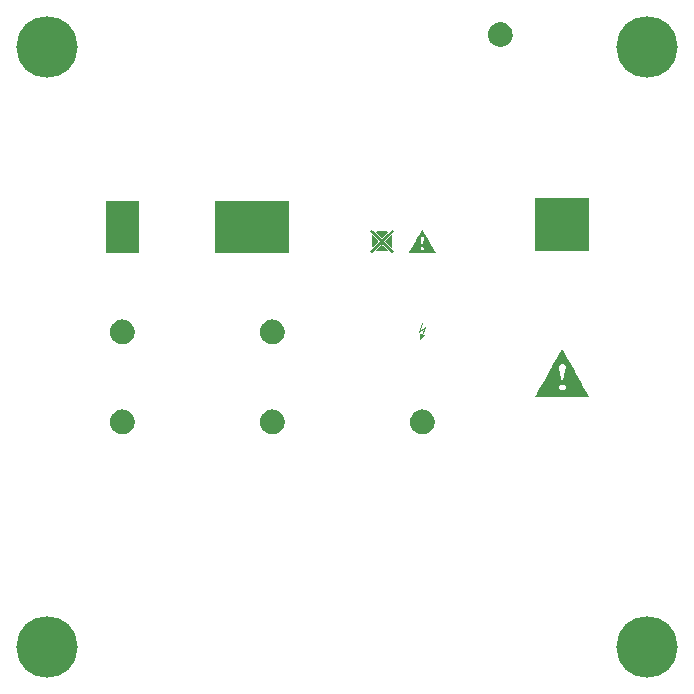
<source format=gbs>
G04 Layer: BottomSolderMaskLayer*
G04 EasyEDA v6.5.34, 2023-08-21 18:11:39*
G04 7c8418cbede34b2c85e998ecb34685fd,5a6b42c53f6a479593ecc07194224c93,10*
G04 Gerber Generator version 0.2*
G04 Scale: 100 percent, Rotated: No, Reflected: No *
G04 Dimensions in millimeters *
G04 leading zeros omitted , absolute positions ,4 integer and 5 decimal *
%FSLAX45Y45*%
%MOMM*%

%ADD10C,0.1000*%
%ADD11C,5.2032*%

%LPD*%
G36*
X4738370Y2896616D02*
G01*
X4735728Y2896108D01*
X4733442Y2893618D01*
X4726736Y2880766D01*
X4706924Y2846070D01*
X4700117Y2833725D01*
X4695748Y2825292D01*
X4690719Y2816301D01*
X4681524Y2800705D01*
X4658055Y2758998D01*
X4653054Y2749753D01*
X4714951Y2749753D01*
X4715357Y2756255D01*
X4717084Y2760472D01*
X4720590Y2764739D01*
X4725974Y2769108D01*
X4732832Y2772410D01*
X4739894Y2774289D01*
X4745888Y2774188D01*
X4753762Y2772410D01*
X4759604Y2769260D01*
X4764938Y2763266D01*
X4768850Y2755747D01*
X4770374Y2748178D01*
X4769764Y2739644D01*
X4768037Y2728163D01*
X4765344Y2714498D01*
X4758537Y2685491D01*
X4754575Y2664764D01*
X4750866Y2651506D01*
X4749292Y2643022D01*
X4748834Y2636621D01*
X4748225Y2633624D01*
X4747310Y2630932D01*
X4746244Y2628900D01*
X4744567Y2626868D01*
X4743145Y2626410D01*
X4741468Y2627630D01*
X4738878Y2630678D01*
X4736947Y2633878D01*
X4735271Y2638044D01*
X4734001Y2642920D01*
X4732528Y2653741D01*
X4730750Y2664612D01*
X4725873Y2686659D01*
X4723130Y2700477D01*
X4721606Y2706674D01*
X4720132Y2711653D01*
X4718913Y2714752D01*
X4717897Y2718054D01*
X4716881Y2723692D01*
X4716018Y2730804D01*
X4715408Y2738628D01*
X4714951Y2749753D01*
X4653054Y2749753D01*
X4645456Y2736850D01*
X4637684Y2722727D01*
X4628337Y2706624D01*
X4610912Y2674924D01*
X4600448Y2656789D01*
X4592828Y2642920D01*
X4583633Y2627274D01*
X4575860Y2613355D01*
X4565243Y2595524D01*
X4558334Y2581402D01*
X4556170Y2577490D01*
X4714951Y2577490D01*
X4715764Y2584958D01*
X4718354Y2591003D01*
X4722977Y2595930D01*
X4729937Y2600299D01*
X4736896Y2603195D01*
X4742992Y2604160D01*
X4749038Y2603144D01*
X4755946Y2600147D01*
X4760315Y2597353D01*
X4763871Y2594051D01*
X4766665Y2590292D01*
X4768697Y2586228D01*
X4769916Y2581910D01*
X4770374Y2577490D01*
X4770018Y2573020D01*
X4768900Y2568702D01*
X4766970Y2564485D01*
X4764278Y2560624D01*
X4760772Y2557068D01*
X4756454Y2554071D01*
X4749190Y2550820D01*
X4742230Y2549855D01*
X4735169Y2551176D01*
X4727803Y2554833D01*
X4721402Y2559456D01*
X4717491Y2564180D01*
X4715510Y2569870D01*
X4714951Y2577490D01*
X4556170Y2577490D01*
X4547158Y2562199D01*
X4516526Y2507742D01*
X4515002Y2503982D01*
X4514596Y2501290D01*
X4515205Y2499461D01*
X4519523Y2498953D01*
X4531004Y2498445D01*
X4571949Y2497632D01*
X4630877Y2497074D01*
X4700574Y2496769D01*
X4835702Y2496769D01*
X4896815Y2497175D01*
X4941163Y2497836D01*
X4954828Y2498293D01*
X4962093Y2498902D01*
X4963515Y2499766D01*
X4964379Y2500833D01*
X4964531Y2502458D01*
X4963718Y2505100D01*
X4961839Y2509113D01*
X4929124Y2567990D01*
X4920234Y2583434D01*
X4910277Y2601417D01*
X4896053Y2626410D01*
X4886706Y2643784D01*
X4870653Y2672029D01*
X4859172Y2691739D01*
X4837734Y2731008D01*
X4798771Y2799486D01*
X4785156Y2824530D01*
X4780127Y2832963D01*
X4778146Y2835351D01*
X4776470Y2838754D01*
X4774895Y2843174D01*
X4772507Y2847695D01*
X4770018Y2850946D01*
X4767275Y2855468D01*
X4764786Y2860497D01*
X4760772Y2867761D01*
X4756251Y2875280D01*
X4748428Y2889707D01*
X4746345Y2892298D01*
X4744161Y2894380D01*
X4742078Y2895600D01*
G37*
G36*
X3129737Y3914749D02*
G01*
X3128568Y3914495D01*
X3127146Y3913835D01*
X3124200Y3911600D01*
X3120542Y3907891D01*
X3118002Y3904996D01*
X3116376Y3902608D01*
X3115462Y3900576D01*
X3115513Y3899509D01*
X3116427Y3897884D01*
X3118408Y3895293D01*
X3126943Y3886047D01*
X3189579Y3822700D01*
X3197148Y3814673D01*
X3197402Y3813556D01*
X3196844Y3812387D01*
X3195320Y3810863D01*
X3190595Y3807053D01*
X3182874Y3799687D01*
X3165043Y3782009D01*
X3137916Y3754221D01*
X3118256Y3733342D01*
X3115106Y3729431D01*
X3116630Y3726129D01*
X3120644Y3721354D01*
X3125368Y3716934D01*
X3128975Y3714750D01*
X3130651Y3715156D01*
X3134004Y3717594D01*
X3140354Y3723284D01*
X3207054Y3788054D01*
X3212541Y3793083D01*
X3215030Y3795115D01*
X3216046Y3794760D01*
X3218078Y3793286D01*
X3225698Y3786428D01*
X3257905Y3754831D01*
X3284220Y3728618D01*
X3289808Y3723284D01*
X3294176Y3719423D01*
X3297529Y3716883D01*
X3300120Y3715512D01*
X3302203Y3715207D01*
X3303930Y3715715D01*
X3305606Y3716985D01*
X3311855Y3723640D01*
X3313480Y3725824D01*
X3314446Y3727704D01*
X3314750Y3729278D01*
X3314344Y3730498D01*
X3313023Y3732479D01*
X3306673Y3739642D01*
X3294329Y3752494D01*
X3255772Y3791254D01*
X3243376Y3804056D01*
X3236468Y3811676D01*
X3234944Y3813759D01*
X3234588Y3814724D01*
X3236823Y3817416D01*
X3250488Y3831844D01*
X3303066Y3885488D01*
X3310483Y3893616D01*
X3314090Y3898290D01*
X3314852Y3899712D01*
X3315106Y3900728D01*
X3314954Y3901541D01*
X3312363Y3905351D01*
X3307994Y3909720D01*
X3303473Y3913225D01*
X3300374Y3914546D01*
X3296412Y3911396D01*
X3287623Y3903319D01*
X3261715Y3878478D01*
X3235401Y3852418D01*
X3226003Y3842765D01*
X3218281Y3834028D01*
X3216960Y3833012D01*
X3215995Y3832606D01*
X3212084Y3835857D01*
X3202686Y3844645D01*
X3154781Y3891940D01*
X3141573Y3904742D01*
X3133293Y3912260D01*
X3130905Y3914140D01*
G37*
G36*
X3205124Y3897020D02*
G01*
X3172155Y3896664D01*
X3163468Y3896258D01*
X3162147Y3895953D01*
X3162909Y3894582D01*
X3169564Y3887063D01*
X3180791Y3875582D01*
X3193745Y3862832D01*
X3205581Y3851656D01*
X3213557Y3844696D01*
X3215233Y3843680D01*
X3216910Y3844696D01*
X3224834Y3851554D01*
X3236569Y3862730D01*
X3249320Y3875379D01*
X3260344Y3886809D01*
X3266897Y3894328D01*
X3267659Y3895750D01*
X3262884Y3896258D01*
X3250895Y3896664D01*
G37*
G36*
X3299714Y3871112D02*
G01*
X3297123Y3869080D01*
X3281934Y3854602D01*
X3260496Y3833164D01*
X3251758Y3824020D01*
X3245866Y3817518D01*
X3243681Y3814673D01*
X3244240Y3813708D01*
X3248456Y3808831D01*
X3265982Y3790543D01*
X3284677Y3771950D01*
X3293516Y3763518D01*
X3298698Y3759098D01*
X3300069Y3758234D01*
X3300780Y3758234D01*
X3301237Y3763111D01*
X3301695Y3775201D01*
X3302203Y3811574D01*
X3302304Y3840327D01*
X3302152Y3855821D01*
X3301593Y3867708D01*
X3300679Y3869944D01*
G37*
G36*
X3134715Y3868115D02*
G01*
X3134055Y3867912D01*
X3133394Y3867404D01*
X3132937Y3862527D01*
X3132582Y3833672D01*
X3132886Y3786581D01*
X3133191Y3771950D01*
X3133852Y3762044D01*
X3136239Y3763619D01*
X3141878Y3768598D01*
X3160522Y3786682D01*
X3172815Y3799027D01*
X3180588Y3807307D01*
X3184753Y3812286D01*
X3185668Y3813810D01*
X3185922Y3814826D01*
X3185668Y3815842D01*
X3184753Y3817365D01*
X3180588Y3822344D01*
X3172815Y3830574D01*
X3142538Y3860698D01*
G37*
G36*
X3215386Y3785971D02*
G01*
X3214420Y3785514D01*
X3210052Y3782009D01*
X3202533Y3775049D01*
X3191916Y3764737D01*
X3174441Y3747109D01*
X3165856Y3738118D01*
X3158998Y3730294D01*
X3158642Y3729482D01*
X3162046Y3729024D01*
X3183432Y3728415D01*
X3231997Y3728212D01*
X3259937Y3728618D01*
X3268675Y3728974D01*
X3272078Y3729431D01*
X3271215Y3730955D01*
X3264052Y3739032D01*
X3252063Y3751478D01*
X3238246Y3765245D01*
X3225596Y3777386D01*
X3217113Y3784904D01*
G37*
G36*
X3557879Y3912108D02*
G01*
X3556000Y3911600D01*
X3554933Y3910990D01*
X3552748Y3908653D01*
X3543096Y3891534D01*
X3540404Y3887622D01*
X3539236Y3885387D01*
X3538423Y3883151D01*
X3537559Y3881475D01*
X3536543Y3880256D01*
X3533952Y3876040D01*
X3528060Y3865372D01*
X3512136Y3837889D01*
X3541522Y3837889D01*
X3542284Y3841648D01*
X3544315Y3845407D01*
X3547008Y3848455D01*
X3550005Y3850030D01*
X3554018Y3850894D01*
X3557117Y3850944D01*
X3560724Y3850030D01*
X3564229Y3848354D01*
X3566972Y3846169D01*
X3568750Y3844036D01*
X3569614Y3841902D01*
X3569817Y3838651D01*
X3569309Y3829202D01*
X3568344Y3822801D01*
X3567176Y3819651D01*
X3565651Y3814013D01*
X3561791Y3796080D01*
X3560114Y3785260D01*
X3559454Y3782822D01*
X3558641Y3780739D01*
X3557625Y3779164D01*
X3556304Y3777640D01*
X3555441Y3777030D01*
X3554729Y3777234D01*
X3553307Y3779265D01*
X3552545Y3782110D01*
X3552291Y3785311D01*
X3551478Y3789578D01*
X3549040Y3798671D01*
X3546754Y3810050D01*
X3544112Y3821023D01*
X3541826Y3833622D01*
X3541522Y3837889D01*
X3512136Y3837889D01*
X3507079Y3829304D01*
X3500018Y3816502D01*
X3463249Y3752545D01*
X3541522Y3752545D01*
X3543401Y3758946D01*
X3548887Y3763873D01*
X3552444Y3765346D01*
X3555542Y3765854D01*
X3558641Y3765397D01*
X3562197Y3763924D01*
X3565753Y3761790D01*
X3568090Y3759301D01*
X3569411Y3756253D01*
X3569868Y3752545D01*
X3569563Y3748735D01*
X3568547Y3745890D01*
X3566515Y3743502D01*
X3563264Y3741216D01*
X3559505Y3739387D01*
X3555898Y3738727D01*
X3552342Y3739184D01*
X3548634Y3740810D01*
X3543249Y3746042D01*
X3541522Y3752545D01*
X3463249Y3752545D01*
X3459175Y3745737D01*
X3445256Y3721303D01*
X3442715Y3716324D01*
X3442360Y3714191D01*
X3443528Y3713226D01*
X3452164Y3712768D01*
X3503879Y3712210D01*
X3558438Y3712108D01*
X3628796Y3712464D01*
X3654755Y3712819D01*
X3669741Y3713276D01*
X3671925Y3713530D01*
X3672281Y3714445D01*
X3672027Y3715765D01*
X3671265Y3717645D01*
X3649878Y3754475D01*
X3646373Y3761536D01*
X3632301Y3785260D01*
X3614115Y3817112D01*
X3579672Y3876446D01*
X3573932Y3886809D01*
X3563061Y3905605D01*
X3560419Y3910584D01*
X3559251Y3911854D01*
G37*
G36*
X4216400Y5669534D02*
G01*
X4207154Y5669127D01*
X4198010Y5667908D01*
X4189018Y5665876D01*
X4184599Y5664606D01*
X4175963Y5661406D01*
X4167632Y5657443D01*
X4159656Y5652770D01*
X4152137Y5647385D01*
X4145127Y5641390D01*
X4138676Y5634837D01*
X4132834Y5627674D01*
X4127652Y5620054D01*
X4123131Y5611977D01*
X4119372Y5603544D01*
X4116374Y5594858D01*
X4114139Y5585866D01*
X4112717Y5576773D01*
X4112107Y5567578D01*
X4112310Y5558332D01*
X4113326Y5549188D01*
X4115155Y5540146D01*
X4117797Y5531307D01*
X4119372Y5526938D01*
X4123131Y5518556D01*
X4127652Y5510479D01*
X4132834Y5502859D01*
X4138676Y5495696D01*
X4145127Y5489143D01*
X4152137Y5483098D01*
X4159656Y5477764D01*
X4167632Y5473090D01*
X4175963Y5469128D01*
X4184599Y5465927D01*
X4193489Y5463540D01*
X4202582Y5461914D01*
X4211777Y5461101D01*
X4221022Y5461101D01*
X4230166Y5461914D01*
X4239260Y5463540D01*
X4248150Y5465927D01*
X4256836Y5469128D01*
X4265168Y5473090D01*
X4273092Y5477764D01*
X4280611Y5483098D01*
X4287621Y5489143D01*
X4294073Y5495696D01*
X4299915Y5502859D01*
X4305096Y5510479D01*
X4309618Y5518556D01*
X4313377Y5526938D01*
X4316374Y5535676D01*
X4318609Y5544616D01*
X4320032Y5553760D01*
X4320641Y5562955D01*
X4320438Y5572201D01*
X4319422Y5581345D01*
X4317593Y5590387D01*
X4314952Y5599226D01*
X4311599Y5607812D01*
X4307433Y5616092D01*
X4302607Y5623915D01*
X4297070Y5631332D01*
X4290923Y5638190D01*
X4284218Y5644489D01*
X4276953Y5650179D01*
X4269181Y5655208D01*
X4261053Y5659526D01*
X4252518Y5663082D01*
X4248150Y5664606D01*
X4239260Y5666994D01*
X4230166Y5668619D01*
X4221022Y5669432D01*
G37*
G36*
X1016000Y2390292D02*
G01*
X1006754Y2389886D01*
X997610Y2388616D01*
X993089Y2387752D01*
X984199Y2385314D01*
X975563Y2382113D01*
X967232Y2378151D01*
X959256Y2373477D01*
X951737Y2368143D01*
X944727Y2362149D01*
X938276Y2355545D01*
X932434Y2348382D01*
X927252Y2340762D01*
X922731Y2332736D01*
X918971Y2324303D01*
X915974Y2315565D01*
X913739Y2306624D01*
X912317Y2297480D01*
X911707Y2288286D01*
X911910Y2279091D01*
X912926Y2269896D01*
X914755Y2260854D01*
X917397Y2252014D01*
X918971Y2247696D01*
X922731Y2239264D01*
X927252Y2231186D01*
X932434Y2223566D01*
X938276Y2216454D01*
X944727Y2209850D01*
X951737Y2203856D01*
X959256Y2198471D01*
X967232Y2193798D01*
X975563Y2189886D01*
X979830Y2188159D01*
X988618Y2185365D01*
X997610Y2183333D01*
X1006754Y2182114D01*
X1016000Y2181707D01*
X1025194Y2182114D01*
X1034338Y2183333D01*
X1043330Y2185365D01*
X1052118Y2188159D01*
X1060653Y2191766D01*
X1064768Y2193798D01*
X1072692Y2198471D01*
X1076553Y2201062D01*
X1083818Y2206752D01*
X1090523Y2213051D01*
X1096670Y2219960D01*
X1102207Y2227326D01*
X1107033Y2235200D01*
X1111199Y2243429D01*
X1114552Y2252014D01*
X1117193Y2260854D01*
X1119022Y2269896D01*
X1120038Y2279091D01*
X1120241Y2288286D01*
X1119632Y2297480D01*
X1118209Y2306624D01*
X1115974Y2315565D01*
X1112977Y2324303D01*
X1109218Y2332736D01*
X1104696Y2340762D01*
X1099515Y2348382D01*
X1093673Y2355545D01*
X1087221Y2362149D01*
X1080211Y2368143D01*
X1072692Y2373477D01*
X1064768Y2378151D01*
X1056436Y2382113D01*
X1047750Y2385314D01*
X1038860Y2387752D01*
X1029766Y2389327D01*
X1020622Y2390190D01*
G37*
G36*
X1016000Y3152292D02*
G01*
X1006754Y3151886D01*
X997610Y3150616D01*
X993089Y3149752D01*
X984199Y3147314D01*
X975563Y3144113D01*
X967232Y3140151D01*
X959256Y3135477D01*
X951737Y3130143D01*
X944727Y3124149D01*
X938276Y3117545D01*
X932434Y3110382D01*
X927252Y3102762D01*
X922782Y3094736D01*
X918971Y3086303D01*
X915974Y3077565D01*
X913790Y3068624D01*
X912368Y3059480D01*
X911758Y3050286D01*
X911961Y3041091D01*
X912977Y3031896D01*
X914755Y3022854D01*
X917397Y3014014D01*
X918971Y3009696D01*
X922782Y3001264D01*
X927252Y2993186D01*
X932434Y2985566D01*
X938276Y2978454D01*
X944727Y2971850D01*
X951737Y2965856D01*
X959256Y2960471D01*
X967232Y2955798D01*
X975563Y2951886D01*
X979830Y2950159D01*
X988618Y2947365D01*
X997610Y2945333D01*
X1006754Y2944114D01*
X1016000Y2943707D01*
X1025194Y2944114D01*
X1034338Y2945333D01*
X1043330Y2947365D01*
X1052118Y2950159D01*
X1060653Y2953766D01*
X1064768Y2955798D01*
X1072743Y2960471D01*
X1080211Y2965856D01*
X1083818Y2968752D01*
X1090523Y2975051D01*
X1096670Y2981960D01*
X1102207Y2989326D01*
X1107084Y2997200D01*
X1111199Y3005429D01*
X1114602Y3014014D01*
X1117193Y3022854D01*
X1119022Y3031896D01*
X1120038Y3041091D01*
X1120241Y3050286D01*
X1119632Y3059480D01*
X1118209Y3068624D01*
X1115974Y3077565D01*
X1114602Y3081985D01*
X1111199Y3090519D01*
X1107084Y3098800D01*
X1102207Y3106623D01*
X1096670Y3114040D01*
X1090523Y3120898D01*
X1083818Y3127197D01*
X1076553Y3132886D01*
X1068781Y3137916D01*
X1060653Y3142234D01*
X1052118Y3145790D01*
X1043330Y3148634D01*
X1038860Y3149752D01*
X1029766Y3151327D01*
X1020622Y3152190D01*
G37*
G36*
X2286000Y3152292D02*
G01*
X2276754Y3151886D01*
X2267610Y3150616D01*
X2263089Y3149752D01*
X2254199Y3147314D01*
X2245563Y3144113D01*
X2237232Y3140151D01*
X2229256Y3135477D01*
X2221738Y3130143D01*
X2214727Y3124149D01*
X2208276Y3117545D01*
X2202434Y3110382D01*
X2197252Y3102762D01*
X2192782Y3094736D01*
X2188972Y3086303D01*
X2185974Y3077565D01*
X2183790Y3068624D01*
X2182317Y3059480D01*
X2181707Y3050286D01*
X2181910Y3041091D01*
X2182317Y3036468D01*
X2183790Y3027375D01*
X2184755Y3022854D01*
X2187397Y3014014D01*
X2188972Y3009696D01*
X2192782Y3001264D01*
X2197252Y2993186D01*
X2202434Y2985566D01*
X2208276Y2978454D01*
X2214727Y2971850D01*
X2221738Y2965856D01*
X2229256Y2960471D01*
X2237232Y2955798D01*
X2245563Y2951886D01*
X2249830Y2950159D01*
X2258618Y2947365D01*
X2267610Y2945333D01*
X2276754Y2944114D01*
X2286000Y2943707D01*
X2295194Y2944114D01*
X2304338Y2945333D01*
X2313330Y2947365D01*
X2322118Y2950159D01*
X2330653Y2953766D01*
X2334768Y2955798D01*
X2342743Y2960471D01*
X2350211Y2965856D01*
X2353818Y2968752D01*
X2360523Y2975051D01*
X2366670Y2981960D01*
X2372207Y2989326D01*
X2377033Y2997200D01*
X2381199Y3005429D01*
X2384602Y3014014D01*
X2387193Y3022854D01*
X2389022Y3031896D01*
X2390038Y3041091D01*
X2390241Y3050286D01*
X2389632Y3059480D01*
X2388209Y3068624D01*
X2385974Y3077565D01*
X2384602Y3081985D01*
X2381199Y3090519D01*
X2377033Y3098800D01*
X2372207Y3106623D01*
X2366670Y3114040D01*
X2360523Y3120898D01*
X2353818Y3127197D01*
X2346553Y3132886D01*
X2338781Y3137916D01*
X2330653Y3142234D01*
X2322118Y3145790D01*
X2313330Y3148634D01*
X2308860Y3149752D01*
X2299766Y3151327D01*
X2290622Y3152190D01*
G37*
G36*
X2286000Y2390292D02*
G01*
X2276754Y2389886D01*
X2267610Y2388616D01*
X2263089Y2387752D01*
X2254199Y2385314D01*
X2245563Y2382113D01*
X2237181Y2378151D01*
X2229256Y2373477D01*
X2221738Y2368143D01*
X2214727Y2362149D01*
X2208276Y2355545D01*
X2202434Y2348382D01*
X2197252Y2340762D01*
X2192731Y2332736D01*
X2188972Y2324303D01*
X2185974Y2315565D01*
X2183739Y2306624D01*
X2182317Y2297480D01*
X2181707Y2288286D01*
X2181910Y2279091D01*
X2182926Y2269896D01*
X2184755Y2260854D01*
X2187397Y2252014D01*
X2188972Y2247696D01*
X2192731Y2239264D01*
X2197252Y2231186D01*
X2202434Y2223566D01*
X2208276Y2216454D01*
X2214727Y2209850D01*
X2221738Y2203856D01*
X2229256Y2198471D01*
X2237181Y2193798D01*
X2245563Y2189886D01*
X2249830Y2188159D01*
X2258618Y2185365D01*
X2267610Y2183333D01*
X2276754Y2182114D01*
X2286000Y2181707D01*
X2295194Y2182114D01*
X2304338Y2183333D01*
X2313330Y2185365D01*
X2322118Y2188159D01*
X2330653Y2191766D01*
X2334768Y2193798D01*
X2342692Y2198471D01*
X2346553Y2201062D01*
X2353818Y2206752D01*
X2360523Y2213051D01*
X2366670Y2219960D01*
X2372207Y2227326D01*
X2377033Y2235200D01*
X2381199Y2243429D01*
X2384552Y2252014D01*
X2387193Y2260854D01*
X2389022Y2269896D01*
X2390038Y2279091D01*
X2390241Y2288286D01*
X2389632Y2297480D01*
X2388209Y2306624D01*
X2385974Y2315565D01*
X2382977Y2324303D01*
X2379218Y2332736D01*
X2374696Y2340762D01*
X2369515Y2348382D01*
X2363673Y2355545D01*
X2357221Y2362149D01*
X2350211Y2368143D01*
X2342692Y2373477D01*
X2334768Y2378151D01*
X2326436Y2382113D01*
X2317750Y2385314D01*
X2308860Y2387752D01*
X2299766Y2389327D01*
X2295194Y2389886D01*
G37*
G36*
X3556000Y2390292D02*
G01*
X3546754Y2389886D01*
X3537610Y2388666D01*
X3528618Y2386634D01*
X3519830Y2383790D01*
X3511346Y2380234D01*
X3503168Y2375916D01*
X3495446Y2370886D01*
X3488182Y2365197D01*
X3481425Y2358898D01*
X3475278Y2352040D01*
X3469792Y2344623D01*
X3464915Y2336800D01*
X3460800Y2328570D01*
X3457397Y2319985D01*
X3455974Y2315565D01*
X3453790Y2306624D01*
X3452368Y2297480D01*
X3451758Y2288286D01*
X3451961Y2279091D01*
X3452977Y2269896D01*
X3454806Y2260854D01*
X3455974Y2256383D01*
X3459022Y2247696D01*
X3462782Y2239264D01*
X3467252Y2231186D01*
X3472434Y2223566D01*
X3478276Y2216454D01*
X3484727Y2209850D01*
X3491737Y2203856D01*
X3499256Y2198471D01*
X3507232Y2193798D01*
X3515563Y2189886D01*
X3519830Y2188159D01*
X3528618Y2185365D01*
X3537610Y2183333D01*
X3546754Y2182114D01*
X3556000Y2181707D01*
X3565194Y2182114D01*
X3574338Y2183333D01*
X3583330Y2185365D01*
X3592118Y2188159D01*
X3600653Y2191766D01*
X3604768Y2193798D01*
X3612743Y2198471D01*
X3620211Y2203856D01*
X3623818Y2206752D01*
X3630523Y2213051D01*
X3636670Y2219960D01*
X3642207Y2227326D01*
X3647084Y2235200D01*
X3651199Y2243429D01*
X3654602Y2252014D01*
X3657193Y2260854D01*
X3659022Y2269896D01*
X3660038Y2279091D01*
X3660241Y2288286D01*
X3659632Y2297480D01*
X3658209Y2306624D01*
X3655974Y2315565D01*
X3654602Y2319985D01*
X3651199Y2328570D01*
X3647084Y2336800D01*
X3642207Y2344623D01*
X3636670Y2352040D01*
X3630523Y2358898D01*
X3623818Y2365197D01*
X3616553Y2370886D01*
X3608781Y2375916D01*
X3600653Y2380234D01*
X3592118Y2383790D01*
X3583330Y2386634D01*
X3574338Y2388666D01*
X3565194Y2389886D01*
G37*
G36*
X3536950Y3028950D02*
G01*
X3536950Y2965450D01*
X3575050Y3016250D01*
G37*
D10*
X3555992Y3124187D02*
G01*
X3530592Y3047987D01*
X3581392Y3086087D01*
X3555992Y3022587D01*
D11*
G01*
X380992Y5460992D03*
G01*
X380992Y380992D03*
G01*
X5460992Y380992D03*
G01*
X5460992Y5460992D03*
G36*
X876292Y4152892D02*
G01*
X1155692Y4152892D01*
X1155692Y3714742D01*
X876292Y3714742D01*
G37*
G36*
X1803392Y4152892D02*
G01*
X2425692Y4152892D01*
X2425692Y3717917D01*
X1803392Y3717917D01*
G37*
G36*
X4508492Y4178292D02*
G01*
X4965692Y4178292D01*
X4965692Y3733792D01*
X4508492Y3733792D01*
G37*
M02*

</source>
